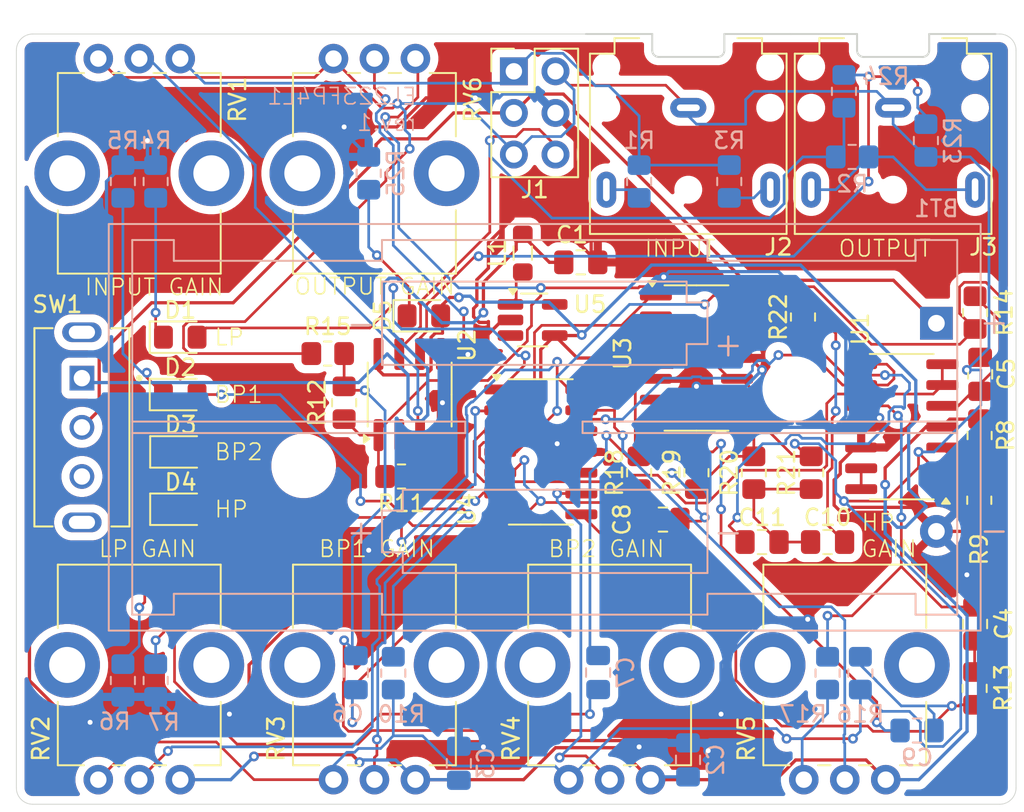
<source format=kicad_pcb>
(kicad_pcb
	(version 20241229)
	(generator "pcbnew")
	(generator_version "9.0")
	(general
		(thickness 1.6)
		(legacy_teardrops no)
	)
	(paper "A4")
	(layers
		(0 "F.Cu" signal)
		(2 "B.Cu" signal)
		(9 "F.Adhes" user "F.Adhesive")
		(11 "B.Adhes" user "B.Adhesive")
		(13 "F.Paste" user)
		(15 "B.Paste" user)
		(5 "F.SilkS" user "F.Silkscreen")
		(7 "B.SilkS" user "B.Silkscreen")
		(1 "F.Mask" user)
		(3 "B.Mask" user)
		(17 "Dwgs.User" user "User.Drawings")
		(19 "Cmts.User" user "User.Comments")
		(21 "Eco1.User" user "User.Eco1")
		(23 "Eco2.User" user "User.Eco2")
		(25 "Edge.Cuts" user)
		(27 "Margin" user)
		(31 "F.CrtYd" user "F.Courtyard")
		(29 "B.CrtYd" user "B.Courtyard")
		(35 "F.Fab" user)
		(33 "B.Fab" user)
		(39 "User.1" user)
		(41 "User.2" user)
		(43 "User.3" user)
		(45 "User.4" user)
	)
	(setup
		(stackup
			(layer "F.SilkS"
				(type "Top Silk Screen")
			)
			(layer "F.Paste"
				(type "Top Solder Paste")
			)
			(layer "F.Mask"
				(type "Top Solder Mask")
				(thickness 0.01)
			)
			(layer "F.Cu"
				(type "copper")
				(thickness 0.035)
			)
			(layer "dielectric 1"
				(type "core")
				(thickness 1.51)
				(material "FR4")
				(epsilon_r 4.5)
				(loss_tangent 0.02)
			)
			(layer "B.Cu"
				(type "copper")
				(thickness 0.035)
			)
			(layer "B.Mask"
				(type "Bottom Solder Mask")
				(thickness 0.01)
			)
			(layer "B.Paste"
				(type "Bottom Solder Paste")
			)
			(layer "B.SilkS"
				(type "Bottom Silk Screen")
			)
			(copper_finish "None")
			(dielectric_constraints no)
		)
		(pad_to_mask_clearance 0)
		(allow_soldermask_bridges_in_footprints no)
		(tenting front back)
		(aux_axis_origin 25 23.5)
		(pcbplotparams
			(layerselection 0x00000000_00000000_55555555_5755f5ff)
			(plot_on_all_layers_selection 0x00000000_00000000_00000000_00000000)
			(disableapertmacros no)
			(usegerberextensions no)
			(usegerberattributes yes)
			(usegerberadvancedattributes yes)
			(creategerberjobfile yes)
			(dashed_line_dash_ratio 12.000000)
			(dashed_line_gap_ratio 3.000000)
			(svgprecision 4)
			(plotframeref no)
			(mode 1)
			(useauxorigin no)
			(hpglpennumber 1)
			(hpglpenspeed 20)
			(hpglpendiameter 15.000000)
			(pdf_front_fp_property_popups yes)
			(pdf_back_fp_property_popups yes)
			(pdf_metadata yes)
			(pdf_single_document no)
			(dxfpolygonmode yes)
			(dxfimperialunits yes)
			(dxfusepcbnewfont yes)
			(psnegative no)
			(psa4output no)
			(plot_black_and_white yes)
			(sketchpadsonfab no)
			(plotpadnumbers no)
			(hidednponfab no)
			(sketchdnponfab yes)
			(crossoutdnponfab yes)
			(subtractmaskfromsilk no)
			(outputformat 1)
			(mirror no)
			(drillshape 0)
			(scaleselection 1)
			(outputdirectory "prod/")
		)
	)
	(net 0 "")
	(net 1 "GND")
	(net 2 "Net-(U1B-+)")
	(net 3 "VREF")
	(net 4 "Net-(U3A--)")
	(net 5 "Net-(U3C--)")
	(net 6 "/FILTERS/OBP1")
	(net 7 "/RAIL_GEN/VIN+")
	(net 8 "VCC")
	(net 9 "/FILTERS/IBP1")
	(net 10 "Net-(U1C-+)")
	(net 11 "/FILTERS/OBP2")
	(net 12 "Net-(C10-Pad1)")
	(net 13 "Net-(U3D--)")
	(net 14 "/LED_GAIN/OUTA")
	(net 15 "Net-(D1-K)")
	(net 16 "/LED_GAIN/OUTB")
	(net 17 "Net-(D2-K)")
	(net 18 "/LED_GAIN/OUTC")
	(net 19 "Net-(D3-K)")
	(net 20 "Net-(D4-K)")
	(net 21 "/LED_GAIN/OUTD")
	(net 22 "OUT")
	(net 23 "IN")
	(net 24 "Net-(J2-PadR)")
	(net 25 "Net-(J2-PadT)")
	(net 26 "Net-(J3-PadR)")
	(net 27 "Net-(U5-SW)")
	(net 28 "Net-(U1A-+)")
	(net 29 "/LED_GAIN/AREF")
	(net 30 "/LED_GAIN/BREF")
	(net 31 "/LED_GAIN/CREF")
	(net 32 "/LED_GAIN/DREF")
	(net 33 "Net-(U1D--)")
	(net 34 "/FILTERS/OHP")
	(net 35 "/FILTERS/OLP")
	(net 36 "Net-(U3B--)")
	(net 37 "unconnected-(U5-NC-Pad3)")
	(net 38 "unconnected-(U5-NC-Pad5)")
	(net 39 "Net-(C6-Pad1)")
	(net 40 "Net-(C8-Pad1)")
	(net 41 "Net-(C8-Pad2)")
	(net 42 "Net-(U2A--)")
	(net 43 "Net-(U2B--)")
	(net 44 "Net-(U2A-+)")
	(net 45 "Net-(U2B-+)")
	(net 46 "unconnected-(SW1-C-Pad3)")
	(net 47 "VIN")
	(net 48 "Net-(D5-K)")
	(footprint "Custom:Jack_3.5mm_CUI_SJ1-3523N_Horizontal" (layer "F.Cu") (at 66 28 180))
	(footprint "LED_SMD:LED_0805_2012Metric_Pad1.15x1.40mm_HandSolder" (layer "F.Cu") (at 35.025 52.5))
	(footprint "Connector_PinHeader_2.54mm:PinHeader_2x03_P2.54mm_Vertical" (layer "F.Cu") (at 55.357994 25.776109))
	(footprint "LED_SMD:LED_0805_2012Metric_Pad1.15x1.40mm_HandSolder" (layer "F.Cu") (at 35 45.5))
	(footprint "Capacitor_SMD:C_0805_2012Metric_Pad1.18x1.45mm_HandSolder" (layer "F.Cu") (at 64.45468 53.129359))
	(footprint "Inductor_SMD:L_0805_2012Metric_Pad1.05x1.20mm_HandSolder" (layer "F.Cu") (at 55.902446 36.870426 90))
	(footprint "Package_SO:SOIC-14_3.9x8.7mm_P1.27mm" (layer "F.Cu") (at 57 49))
	(footprint "Package_TO_SOT_SMD:SOT-23-5_HandSoldering" (layer "F.Cu") (at 56.5 40.95))
	(footprint "Capacitor_SMD:C_0805_2012Metric_Pad1.18x1.45mm_HandSolder" (layer "F.Cu") (at 70.5 54.5 180))
	(footprint "LED_SMD:LED_0805_2012Metric_Pad1.15x1.40mm_HandSolder" (layer "F.Cu") (at 35 42))
	(footprint "Resistor_SMD:R_0805_2012Metric_Pad1.20x1.40mm_HandSolder" (layer "F.Cu") (at 48.5 50.5 180))
	(footprint "Custom:Jack_3.5mm_CUI_SJ1-3523N_Horizontal" (layer "F.Cu") (at 78.5 28 180))
	(footprint "Resistor_SMD:R_0805_2012Metric_Pad1.20x1.40mm_HandSolder" (layer "F.Cu") (at 83.5 40.5 90))
	(footprint "Capacitor_SMD:C_0805_2012Metric_Pad1.18x1.45mm_HandSolder" (layer "F.Cu") (at 83.5 59.5 90))
	(footprint "Resistor_SMD:R_0805_2012Metric_Pad1.20x1.40mm_HandSolder" (layer "F.Cu") (at 45 46 90))
	(footprint "Package_SO:SOIC-14_3.9x8.7mm_P1.27mm" (layer "F.Cu") (at 79.025 47.46 180))
	(footprint "Capacitor_SMD:C_0805_2012Metric_Pad1.18x1.45mm_HandSolder" (layer "F.Cu") (at 83.808728 44.265881 -90))
	(footprint "Custom:Potentiometer_Bourns_PTV09A-1_Single_Vertical" (layer "F.Cu") (at 44.35 25 -90))
	(footprint "Capacitor_SMD:C_0805_2012Metric_Pad1.18x1.45mm_HandSolder" (layer "F.Cu") (at 59.439946 37.432926))
	(footprint "Resistor_SMD:R_0805_2012Metric_Pad1.20x1.40mm_HandSolder" (layer "F.Cu") (at 73 40.77 90))
	(footprint "Custom:Potentiometer_Bourns_PTV09A-1_Single_Vertical" (layer "F.Cu") (at 35 69 90))
	(footprint "Custom:Potentiometer_Bourns_PTV09A-1_Single_Vertical" (layer "F.Cu") (at 78.05 69 90))
	(footprint "Resistor_SMD:R_0805_2012Metric_Pad1.20x1.40mm_HandSolder" (layer "F.Cu") (at 70 50.27 -90))
	(footprint "LED_SMD:LED_0805_2012Metric_Pad1.15x1.40mm_HandSolder" (layer "F.Cu") (at 49.866032 40.694171))
	(footprint "Resistor_SMD:R_0805_2012Metric_Pad1.20x1.40mm_HandSolder" (layer "F.Cu") (at 66.5 50.27 -90))
	(footprint "Package_SO:SOIC-14_3.9x8.7mm_P1.27mm" (layer "F.Cu") (at 66.5 43.27))
	(footprint "Resistor_SMD:R_0805_2012Metric_Pad1.20x1.40mm_HandSolder" (layer "F.Cu") (at 83.756554 51.949585 -90))
	(footprint "Custom:SW_SLW-121586-5A-D" (layer "F.Cu") (at 29 47.5 -90))
	(footprint "Custom:Potentiometer_Bourns_PTV09A-1_Single_Vertical" (layer "F.Cu") (at 63.7 69 90))
	(footprint "Resistor_SMD:R_0805_2012Metric_Pad1.20x1.40mm_HandSolder" (layer "F.Cu") (at 44 43))
	(footprint "Capacitor_SMD:C_0805_2012Metric_Pad1.18x1.45mm_HandSolder" (layer "F.Cu") (at 74.5 54.5))
	(footprint "Resistor_SMD:R_0805_2012Metric_Pad1.20x1.40mm_HandSolder" (layer "F.Cu") (at 63 50.27 -90))
	(footprint "Custom:Potentiometer_Bourns_PTV09A-1_Single_Vertical" (layer "F.Cu") (at 30 25 -90))
	(footprint "LED_SMD:LED_0805_2012Metric_Pad1.15x1.40mm_HandSolder"
		(layer "F.Cu")
		(uuid "dd846a2d-067a-43ac-9539-b35d4acd95c3")
		(at 35.025 49)
		(descr "LED SMD 0805 (2012 Metric), square (rectangular) end terminal, IPC_7351 nominal, (Body size source: https://docs.google.com/spreadsheets/d/1BsfQQcO9C6DZCsRaXUlFlo91Tg2WpOkGARC1WS5S8t0/edit?usp=sharing), generated with kicad-footprint-generator")
		(tags "LED handsolder")
		(property "Reference" "D3"
			(at 0 -1.65 0)
			(layer "F.SilkS")
			(uuid "73743d1a-15d5-4061-80ed-29fd4763af1a")
			(effects
				(font
					(size 1 1)
					(thickness 0.15)
				)
			)
		)
		(property "Value" "LED"
			(at 0 1.65 0)
			(layer "F.Fab")
			(uuid "08fb7270-be93-4064-b669-17bd63ed8ab5")
			(effects
				(font
					(size 1 1)
					(thickness 0.15)
				)
			)
		)
		(property "Datasheet" ""
			(at 0 0 0)
			(unlocked yes)
			(layer "F.Fab")
			(hide yes)
			(uuid "ae7f6cef-1b69-4cbb-82ab-9d043e650d9d")
			(effects
				(font
					(size 1.27 1.27)
					(thickness 0.15)
				)
			)
		)
		(property "Description" "Light emitting diode"
			(at 0 0 0)
			(unlocked yes)
			(layer "F.Fab")
			(hide yes)
			(uuid "cae7cad3-b866-4614-9982-c89a1574dfce")
			(effects
				(font
					(size 1.27 1.27)
					(thickness 0.15)
				)
			)
		)
		(property "Sim.Pins" "1=K 2=A"
			(at 0 0 0)
			(unlocked yes)
			(layer "F.Fab")
			(hide yes)
			(uuid "08adabf9-85ca-4faf-af1c-a55dfa7c7db5")
			(effects
				(font
					(size 1 1)
					(thickness 0.15)
				)
			)
		)
		(property "Sim.Library" "led.lib"
			(at 0 0 0)
			(unlocked yes)
			(layer "F.Fab")
			(hide yes)
			(uuid "b13fa2b8-4021-463a-a9cb-d40f242103af")
			(effects
				(font
					(size 1 1)
					(thickness 0.15)
				)
			)
		)
		(property "Sim.Name" "LED_GENERAL"
			(at 0 0 0)
			(unlocked yes)
			(layer "F.Fab")
			(hide yes)
			(uuid "d3987816-5fb3-4acd-85d2-70cfd0e620e5")
			(effects
				(font
					(size 1 1)
					(thickness 0.15)
				)
			)
		)
		(property "Sim.Device" "D"
			(at 0 0 0)
			(unlocked yes)
			(layer "F.Fab")
			(hide yes)
			(uuid "76a821bc-38e0-427c-9c99-f96c621bca79")
			(effects
				(font
					(size 1 1)
					(thickness 0.15)
				)
			)
		)
		(property ki_fp_filters "LED* LED_SMD:* LED_THT:*")
		(path "/9d9e9e1a-ae79-49e9-a98f-ecaed25ac5d4")
		(sheetname "/")
		(sheetfile "ece223_project.kicad_sch")
		(attr smd)
		(fp_line
			(start -1.86 -0.96)
			(end -1.86 0.96)
			(stroke
				(width 0.12)
				(type solid)
			)
			(layer "F.SilkS")
			(uuid "082584e7-7230-4d42-87fe-4af52f3845a3")
		)
		(fp_line
			(start -1.86 0.96)
			(end 1 0.96)
			(stroke
				(width 0.12)
				(type solid)
			)
			(layer "F.SilkS")
			(uuid "a836315a-e43c-4f66-9640-d37487ecf158")
		)
		(fp_line
			(start 1 -0.96)
			(end -1.86 -0.96)
			(stroke
				(width 0.12)
				(type solid)
			)
			(layer "F.SilkS")
			(uuid "1e17e4ee-6786-4ee4-97d7-cd3b0584540b")
		)
		(fp_line
			(start -1.85 -0.95)
			(end 1.85 -0.95)
			(stroke
				(width 0.05)
				(type solid)
			)
			(layer "F.CrtYd")
			(uuid "23671c3c-7957-4091-913d-c5388f89857c")
		)
		(fp_line
			(start -1.85 0.95)
			(end -1.85 -0.95)
			(stroke
				(width 0.05)
				(type solid)
			)
			(layer "F.CrtYd")
			(uuid "990f3875-760a-457f-981e-a702d6581583")
		)
		(fp_line
			(start 1.85 -0.95)
			(end 1.85 0.95)
			(stroke
				(width 0.05)
				(type solid)
			)
			(layer "F.CrtYd")
			(uuid "7d0867ed-7b33-48d3-9121-713b68099045")
		)
		(fp_line
			(start 1.85 0.95)
			(end -1.85 0.95)
			(stroke
				(width 0.05)
				(type solid)
			)
			(layer "F.CrtYd")
			(uuid "666e292e-0716-4091-9094-590293d50789")
		)
		(fp_line
			(start -1 -0.3)
			(end -1 0.6)
	
... [470579 chars truncated]
</source>
